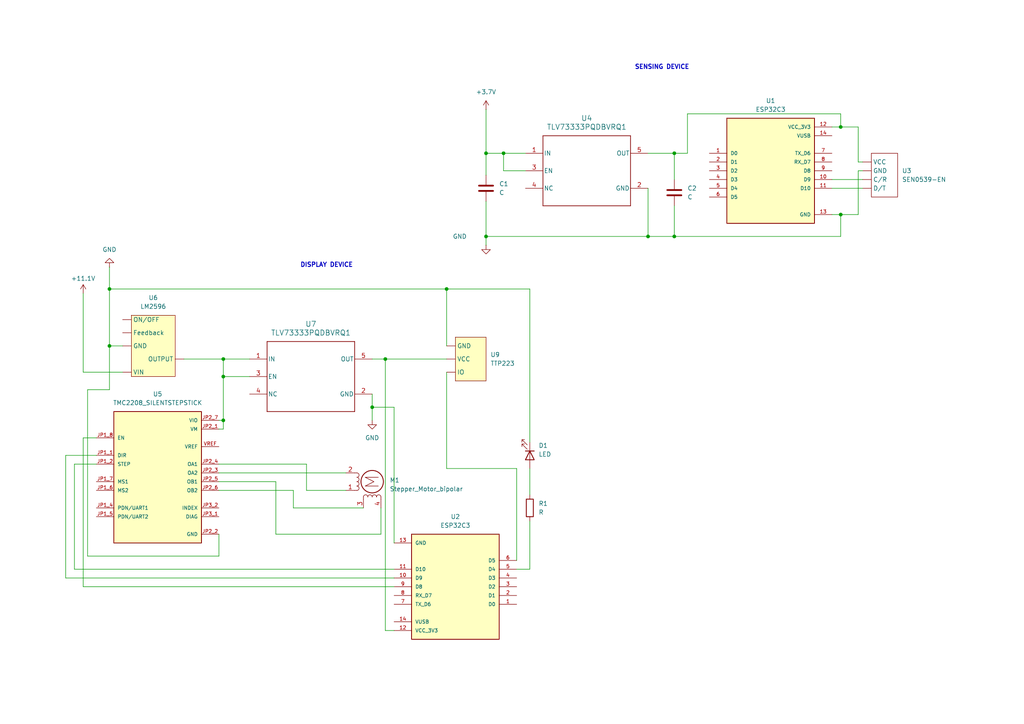
<source format=kicad_sch>
(kicad_sch (version 20250114) (generator "eeschema") (generator_version "9.0")
  (paper "A4")
  (lib_symbols
    (symbol "514TECHINKicad:ESP32C3" (pin_names (offset 1.016))
      (property "Reference" "U" (at -12.7 16.002 0))
      (symbol "ESP32C3_0_0"
        (rectangle (start -12.7 15.24) (end 12.7 -15.24) (stroke (width 0.254)) (fill (type background)))
        (pin bidirectional line (at -17.78 5.08 0) (length 5.08) (name "D0") (number "1"))
        (pin bidirectional line (at -17.78 2.54 0) (length 5.08) (name "D1") (number "2"))
        (pin bidirectional line (at -17.78 0 0) (length 5.08) (name "D2") (number "3"))
        (pin bidirectional line (at -17.78 -2.54 0) (length 5.08) (name "D3") (number "4"))
        (pin bidirectional line (at -17.78 -5.08 0) (length 5.08) (name "D4") (number "5"))
        (pin bidirectional line (at -17.78 -7.62 0) (length 5.08) (name "D5") (number "6"))
        (pin power_in line (at 17.78 12.7 180) (length 5.08) (name "VCC_3V3") (number "12"))
        (pin power_in line (at 17.78 10.16 180) (length 5.08) (name "VUSB") (number "14"))
        (pin bidirectional line (at 17.78 5.08 180) (length 5.08) (name "TX_D6") (number "7"))
        (pin bidirectional line (at 17.78 2.54 180) (length 5.08) (name "RX_D7") (number "8"))
        (pin bidirectional line (at 17.78 0 180) (length 5.08) (name "D8") (number "9"))
        (pin bidirectional line (at 17.78 -2.54 180) (length 5.08) (name "D9") (number "10"))
        (pin bidirectional line (at 17.78 -5.08 180) (length 5.08) (name "D10") (number "11"))
        (pin power_in line (at 17.78 -12.7 180) (length 5.08) (name "GND") (number "13"))
      )
    )
    (symbol "514TECHINKicad:LM2596S-5.0"
      (property "Reference" "U" (at 0 -2.032 0))
      (symbol "LM2596S-5.0_1_1"
        (rectangle (start 2.54 -5.08) (end 15.24 -22.86) (fill (type color) (color 255 255 194 1)))
        (pin bidirectional line (at 0 -6.35 0) (length 2.54) (name "ON/OFF") (number ""))
        (pin bidirectional line (at 0 -10.16 0) (length 2.54) (name "Feedback") (number ""))
        (pin bidirectional line (at 0 -13.97 0) (length 2.54) (name "GND") (number ""))
        (pin bidirectional line (at 0 -21.59 0) (length 2.54) (name "VIN") (number ""))
        (pin bidirectional line (at 17.78 -17.78 180) (length 2.54) (name "OUTPUT") (number ""))
      )
    )
    (symbol "514TECHINKicad:SEN0539-EN"
      (property "Reference" "U" (at 0 3.556 0))
      (symbol "SEN0539-EN_0_1"
        (rectangle (start -3.81 1.27) (end 3.81 -11.43))
      )
      (symbol "SEN0539-EN_1_1"
        (pin input line (at -6.35 -1.27 0) (length 2.54) (name "VCC") (number ""))
        (pin input line (at -6.35 -3.81 0) (length 2.54) (name "GND") (number ""))
        (pin bidirectional line (at -6.35 -6.35 0) (length 2.54) (name "C/R") (number ""))
        (pin bidirectional line (at -6.35 -8.89 0) (length 2.54) (name "D/T") (number ""))
      )
    )
    (symbol "514TECHINKicad:TLV73333PQDBVRQ1" (pin_names (offset 0.254))
      (property "Reference" "U" (at 0 2.54 0))
      (property "Value" "TLV73333PQDBVRQ1" (at 0 0 0))
      (symbol "TLV73333PQDBVRQ1_0_1"
        (polyline (pts (xy -12.7 10.16) (xy -12.7 -10.16)) (stroke (width 0.2032)))
        (polyline (pts (xy -12.7 -10.16) (xy 12.7 -10.16)) (stroke (width 0.2032)))
        (polyline (pts (xy 12.7 10.16) (xy -12.7 10.16)) (stroke (width 0.2032)))
        (polyline (pts (xy 12.7 -10.16) (xy 12.7 10.16)) (stroke (width 0.2032)))
        (pin input line (at -17.78 5.08 0) (length 5.08) (name "IN") (number "1"))
        (pin input line (at -17.78 0 0) (length 5.08) (name "EN") (number "3"))
        (pin unspecified line (at -17.78 -5.08 0) (length 5.08) (name "NC") (number "4"))
        (pin output line (at 17.78 5.08 180) (length 5.08) (name "OUT") (number "5"))
        (pin power_in line (at 17.78 -5.08 180) (length 5.08) (name "GND") (number "2"))
      )
    )
    (symbol "514TECHINKicad:TMC2208_SILENTSTEPSTICK" (pin_names (offset 1.016))
      (property "Reference" "U" (at -12.7 19.05 0))
      (property "Value" "TMC2208_SILENTSTEPSTICK" (at -12.7 -22.86 0))
      (symbol "TMC2208_SILENTSTEPSTICK_0_0"
        (rectangle (start -12.7 -20.32) (end 12.7 17.78) (stroke (width 0.254)) (fill (type background)))
        (pin input line (at -17.78 10.16 0) (length 5.08) (name "EN") (number "JP1_8"))
        (pin input line (at -17.78 5.08 0) (length 5.08) (name "DIR") (number "JP1_1"))
        (pin input line (at -17.78 2.54 0) (length 5.08) (name "STEP") (number "JP1_2"))
        (pin input line (at -17.78 -2.54 0) (length 5.08) (name "MS1") (number "JP1_7"))
        (pin input line (at -17.78 -5.08 0) (length 5.08) (name "MS2") (number "JP1_6"))
        (pin bidirectional line (at -17.78 -10.16 0) (length 5.08) (name "PDN/UART1") (number "JP1_4"))
        (pin bidirectional line (at -17.78 -12.7 0) (length 5.08) (name "PDN/UART2") (number "JP1_5"))
        (pin power_in line (at 17.78 15.24 180) (length 5.08) (name "VIO") (number "JP2_7"))
        (pin power_in line (at 17.78 12.7 180) (length 5.08) (name "VM") (number "JP2_1"))
        (pin passive line (at 17.78 7.62 180) (length 5.08) (name "VREF") (number "VREF"))
        (pin passive line (at 17.78 2.54 180) (length 5.08) (name "OA1") (number "JP2_4"))
        (pin passive line (at 17.78 0 180) (length 5.08) (name "OA2") (number "JP2_3"))
        (pin passive line (at 17.78 -2.54 180) (length 5.08) (name "OB1") (number "JP2_5"))
        (pin passive line (at 17.78 -5.08 180) (length 5.08) (name "OB2") (number "JP2_6"))
        (pin output line (at 17.78 -10.16 180) (length 5.08) (name "INDEX") (number "JP3_2"))
        (pin output line (at 17.78 -12.7 180) (length 5.08) (name "DIAG") (number "JP3_1"))
        (pin power_in line (at 17.78 -17.78 180) (length 5.08) (name "GND") (number "JP2_2"))
        (pin power_in line (at 17.78 -17.78 180) (length 5.08) (hide yes) (name "GND") (number "JP2_8"))
      )
    )
    (symbol "514TECHINKicad:TTP223"
      (property "Reference" "U" (at 0 0 0))
      (symbol "TTP223_1_1"
        (rectangle (start 2.54 -1.27) (end 11.43 -13.97) (fill (type color) (color 255 255 194 1)))
        (pin bidirectional line (at 0 -3.81 0) (length 2.54) (name "GND") (number ""))
        (pin bidirectional line (at 0 -7.62 0) (length 2.54) (name "VCC") (number ""))
        (pin bidirectional line (at 0 -11.43 0) (length 2.54) (name "IO") (number ""))
      )
    )
    (symbol "Device:C" (pin_numbers (hide yes)) (pin_names (offset 0.254))
      (property "Reference" "C" (at 0.635 2.54 0))
      (property "Value" "C" (at 0.635 -2.54 0))
      (symbol "C_0_1"
        (polyline (pts (xy -2.032 0.762) (xy 2.032 0.762)) (stroke (width 0.508)))
        (polyline (pts (xy -2.032 -0.762) (xy 2.032 -0.762)) (stroke (width 0.508)))
      )
      (symbol "C_1_1"
        (pin passive line (at 0 3.81 270) (length 2.794) (name "~") (number "1"))
        (pin passive line (at 0 -3.81 90) (length 2.794) (name "~") (number "2"))
      )
    )
    (symbol "Device:LED" (pin_numbers (hide yes)) (pin_names (offset 1.016) (hide yes))
      (property "Reference" "D" (at 0 2.54 0))
      (property "Value" "LED" (at 0 -2.54 0))
      (symbol "LED_0_1"
        (polyline (pts (xy -3.048 -0.762) (xy -4.572 -2.286) (xy -3.81 -2.286) (xy -4.572 -2.286) (xy -4.572 -1.524)))
        (polyline (pts (xy -1.778 -0.762) (xy -3.302 -2.286) (xy -2.54 -2.286) (xy -3.302 -2.286) (xy -3.302 -1.524)))
        (polyline (pts (xy -1.27 0) (xy 1.27 0)))
        (polyline (pts (xy -1.27 -1.27) (xy -1.27 1.27)) (stroke (width 0.254)))
        (polyline (pts (xy 1.27 -1.27) (xy 1.27 1.27) (xy -1.27 0) (xy 1.27 -1.27)) (stroke (width 0.254)))
      )
      (symbol "LED_1_1"
        (pin passive line (at -3.81 0 0) (length 2.54) (name "K") (number "1"))
        (pin passive line (at 3.81 0 180) (length 2.54) (name "A") (number "2"))
      )
    )
    (symbol "Device:R" (pin_numbers (hide yes)) (pin_names (offset 0))
      (property "Reference" "R" (at 2.032 0 90))
      (property "Value" "R" (at 0 0 90))
      (symbol "R_0_1"
        (rectangle (start -1.016 -2.54) (end 1.016 2.54) (stroke (width 0.254)))
      )
      (symbol "R_1_1"
        (pin passive line (at 0 3.81 270) (length 1.27) (name "~") (number "1"))
        (pin passive line (at 0 -3.81 90) (length 1.27) (name "~") (number "2"))
      )
    )
    (symbol "Motor:Stepper_Motor_bipolar" (pin_names (offset 0) (hide yes))
      (property "Reference" "M" (at 3.81 2.54 0))
      (property "Value" "Stepper_Motor_bipolar" (at 3.81 1.27 0))
      (symbol "Stepper_Motor_bipolar_0_0"
        (polyline (pts (xy -1.27 -1.778) (xy -1.27 2.032) (xy 0 -0.508) (xy 1.27 2.032) (xy 1.27 -1.778)))
      )
      (symbol "Stepper_Motor_bipolar_0_1"
        (polyline (pts (xy -5.08 2.54) (xy -4.445 2.54)))
        (polyline (pts (xy -5.08 -2.54) (xy -4.445 -2.54)))
        (arc (start -4.445 2.54) (mid -3.8127 1.905) (end -4.445 1.27))
        (arc (start -4.445 1.27) (mid -3.8127 0.635) (end -4.445 0))
        (arc (start -4.445 0) (mid -3.8127 -0.635) (end -4.445 -1.27))
        (arc (start -4.445 -1.27) (mid -3.8127 -1.905) (end -4.445 -2.54))
        (polyline (pts (xy -2.54 5.08) (xy -2.54 4.445)))
        (arc (start -1.27 4.445) (mid -1.905 3.8127) (end -2.54 4.445))
        (arc (start 0 4.445) (mid -0.635 3.8127) (end -1.27 4.445))
        (circle (center 0 0) (radius 3.2512) (stroke (width 0.254)))
        (arc (start 1.27 4.445) (mid 0.635 3.8127) (end 0 4.445))
        (arc (start 2.54 4.445) (mid 1.905 3.8127) (end 1.27 4.445))
        (polyline (pts (xy 2.54 5.08) (xy 2.54 4.445)))
      )
      (symbol "Stepper_Motor_bipolar_1_1"
        (pin passive line (at -7.62 2.54 0) (length 2.54) (name "~") (number "3"))
        (pin passive line (at -7.62 -2.54 0) (length 2.54) (name "~") (number "4"))
        (pin passive line (at -2.54 7.62 270) (length 2.54) (name "~") (number "1"))
        (pin passive line (at 2.54 7.62 270) (length 2.54) (name "-") (number "2"))
      )
    )
    (symbol "power:+12V" (power) (pin_numbers (hide yes)) (pin_names (offset 0) (hide yes))
      (property "Value" "+12V" (at 0 3.556 0))
      (symbol "+12V_0_1"
        (polyline (pts (xy -0.762 1.27) (xy 0 2.54)))
        (polyline (pts (xy 0 2.54) (xy 0.762 1.27)))
        (polyline (pts (xy 0 0) (xy 0 2.54)))
      )
      (symbol "+12V_1_1"
        (pin power_in line (at 0 0 90) (length 0) (name "~") (number "1"))
      )
    )
    (symbol "power:+3.3V" (power) (pin_numbers (hide yes)) (pin_names (offset 0) (hide yes))
      (property "Value" "+3.3V" (at 0 3.556 0))
      (symbol "+3.3V_0_1"
        (polyline (pts (xy -0.762 1.27) (xy 0 2.54)))
        (polyline (pts (xy 0 2.54) (xy 0.762 1.27)))
        (polyline (pts (xy 0 0) (xy 0 2.54)))
      )
      (symbol "+3.3V_1_1"
        (pin power_in line (at 0 0 90) (length 0) (name "~") (number "1"))
      )
    )
    (symbol "power:GND" (power) (pin_numbers (hide yes)) (pin_names (offset 0) (hide yes))
      (property "Value" "GND" (at 0 -3.81 0))
      (symbol "GND_0_1"
        (polyline (pts (xy 0 0) (xy 0 -1.27) (xy 1.27 -1.27) (xy 0 -2.54) (xy -1.27 -1.27) (xy 0 -1.27)))
      )
      (symbol "GND_1_1"
        (pin power_in line (at 0 0 270) (length 0) (name "~") (number "1"))
      )
    )
  )
  (text "DISPLAY DEVICE\n" (at 94.742 76.962 0) (effects (font (size 1.27 1.27) (thickness 0.254) (bold yes))))
  (text "SENSING DEVICE\n" (at 192.024 19.558 0) (effects (font (size 1.27 1.27) (thickness 0.254) (bold yes))))
  (junction (at 111.76 104.14))
  (junction (at 140.97 68.58))
  (junction (at 107.95 118.11))
  (junction (at 64.77 109.22))
  (junction (at 64.77 121.92))
  (junction (at 31.75 83.82))
  (junction (at 31.75 100.33))
  (junction (at 140.97 44.45))
  (junction (at 243.84 62.23))
  (junction (at 195.58 68.58))
  (junction (at 146.05 44.45))
  (junction (at 195.58 44.45))
  (junction (at 243.84 36.83))
  (junction (at 64.77 104.14))
  (junction (at 187.96 68.58))
  (junction (at 129.54 83.82))
  (wire (pts (xy 153.67 135.89) (xy 153.67 143.51)))
  (wire (pts (xy 53.34 104.14) (xy 64.77 104.14)))
  (wire (pts (xy 248.92 49.53) (xy 250.19 49.53)))
  (wire (pts (xy 25.4 161.29) (xy 25.4 113.03)))
  (wire (pts (xy 19.05 132.08) (xy 19.05 167.64)))
  (wire (pts (xy 187.96 68.58) (xy 195.58 68.58)))
  (wire (pts (xy 129.54 107.95) (xy 129.54 135.89)))
  (wire (pts (xy 85.09 147.32) (xy 85.09 142.24)))
  (wire (pts (xy 149.86 165.1) (xy 153.67 165.1)))
  (wire (pts (xy 111.76 182.88) (xy 111.76 104.14)))
  (wire (pts (xy 187.96 54.61) (xy 187.96 68.58)))
  (wire (pts (xy 114.3 157.48) (xy 114.3 118.11)))
  (wire (pts (xy 248.92 46.99) (xy 248.92 36.83)))
  (wire (pts (xy 140.97 44.45) (xy 146.05 44.45)))
  (wire (pts (xy 111.76 104.14) (xy 129.54 104.14)))
  (wire (pts (xy 107.95 114.3) (xy 107.95 118.11)))
  (wire (pts (xy 241.3 36.83) (xy 243.84 36.83)))
  (wire (pts (xy 243.84 36.83) (xy 248.92 36.83)))
  (wire (pts (xy 80.01 154.94) (xy 80.01 139.7)))
  (wire (pts (xy 21.59 134.62) (xy 21.59 165.1)))
  (wire (pts (xy 72.39 109.22) (xy 64.77 109.22)))
  (wire (pts (xy 199.39 44.45) (xy 195.58 44.45)))
  (wire (pts (xy 129.54 100.33) (xy 129.54 83.82)))
  (wire (pts (xy 24.13 107.95) (xy 24.13 85.09)))
  (wire (pts (xy 248.92 62.23) (xy 248.92 49.53)))
  (wire (pts (xy 27.94 134.62) (xy 21.59 134.62)))
  (wire (pts (xy 140.97 44.45) (xy 140.97 50.8)))
  (wire (pts (xy 27.94 127) (xy 24.13 127)))
  (wire (pts (xy 24.13 127) (xy 24.13 170.18)))
  (wire (pts (xy 31.75 113.03) (xy 31.75 100.33)))
  (wire (pts (xy 31.75 77.47) (xy 31.75 83.82)))
  (wire (pts (xy 19.05 167.64) (xy 114.3 167.64)))
  (wire (pts (xy 64.77 104.14) (xy 72.39 104.14)))
  (wire (pts (xy 88.9 134.62) (xy 88.9 142.24)))
  (wire (pts (xy 146.05 49.53) (xy 146.05 44.45)))
  (wire (pts (xy 241.3 52.07) (xy 250.19 52.07)))
  (wire (pts (xy 243.84 62.23) (xy 248.92 62.23)))
  (wire (pts (xy 199.39 44.45) (xy 199.39 33.02)))
  (wire (pts (xy 107.95 118.11) (xy 114.3 118.11)))
  (wire (pts (xy 248.92 46.99) (xy 250.19 46.99)))
  (wire (pts (xy 85.09 147.32) (xy 105.41 147.32)))
  (wire (pts (xy 241.3 54.61) (xy 250.19 54.61)))
  (wire (pts (xy 149.86 135.89) (xy 149.86 162.56)))
  (wire (pts (xy 88.9 142.24) (xy 100.33 142.24)))
  (wire (pts (xy 241.3 62.23) (xy 243.84 62.23)))
  (wire (pts (xy 195.58 59.69) (xy 195.58 68.58)))
  (wire (pts (xy 111.76 182.88) (xy 114.3 182.88)))
  (wire (pts (xy 31.75 83.82) (xy 31.75 100.33)))
  (wire (pts (xy 64.77 109.22) (xy 64.77 121.92)))
  (wire (pts (xy 140.97 58.42) (xy 140.97 68.58)))
  (wire (pts (xy 152.4 49.53) (xy 146.05 49.53)))
  (wire (pts (xy 64.77 121.92) (xy 63.5 121.92)))
  (wire (pts (xy 195.58 44.45) (xy 195.58 52.07)))
  (wire (pts (xy 199.39 33.02) (xy 243.84 33.02)))
  (wire (pts (xy 63.5 142.24) (xy 85.09 142.24)))
  (wire (pts (xy 129.54 83.82) (xy 31.75 83.82)))
  (wire (pts (xy 63.5 134.62) (xy 88.9 134.62)))
  (wire (pts (xy 64.77 121.92) (xy 64.77 124.46)))
  (wire (pts (xy 195.58 44.45) (xy 187.96 44.45)))
  (wire (pts (xy 195.58 68.58) (xy 243.84 68.58)))
  (wire (pts (xy 24.13 107.95) (xy 35.56 107.95)))
  (wire (pts (xy 25.4 113.03) (xy 31.75 113.03)))
  (wire (pts (xy 153.67 151.13) (xy 153.67 165.1)))
  (wire (pts (xy 129.54 83.82) (xy 153.67 83.82)))
  (wire (pts (xy 140.97 31.75) (xy 140.97 44.45)))
  (wire (pts (xy 31.75 100.33) (xy 35.56 100.33)))
  (wire (pts (xy 27.94 132.08) (xy 19.05 132.08)))
  (wire (pts (xy 146.05 44.45) (xy 152.4 44.45)))
  (wire (pts (xy 63.5 124.46) (xy 64.77 124.46)))
  (wire (pts (xy 24.13 170.18) (xy 114.3 170.18)))
  (wire (pts (xy 140.97 68.58) (xy 140.97 71.12)))
  (wire (pts (xy 80.01 139.7) (xy 63.5 139.7)))
  (wire (pts (xy 63.5 154.94) (xy 63.5 161.29)))
  (wire (pts (xy 107.95 118.11) (xy 107.95 121.92)))
  (wire (pts (xy 243.84 68.58) (xy 243.84 62.23)))
  (wire (pts (xy 140.97 68.58) (xy 187.96 68.58)))
  (wire (pts (xy 129.54 135.89) (xy 149.86 135.89)))
  (wire (pts (xy 111.76 104.14) (xy 107.95 104.14)))
  (wire (pts (xy 110.49 154.94) (xy 80.01 154.94)))
  (wire (pts (xy 243.84 33.02) (xy 243.84 36.83)))
  (wire (pts (xy 110.49 147.32) (xy 110.49 154.94)))
  (wire (pts (xy 63.5 161.29) (xy 25.4 161.29)))
  (wire (pts (xy 64.77 109.22) (xy 64.77 104.14)))
  (wire (pts (xy 153.67 128.27) (xy 153.67 83.82)))
  (wire (pts (xy 63.5 137.16) (xy 100.33 137.16)))
  (wire (pts (xy 21.59 165.1) (xy 114.3 165.1)))
  (symbol (lib_id "514TECHINKicad:TMC2208_SILENTSTEPSTICK") (at 45.72 137.16 0) (unit 1)
    (property "Reference" "U5" (at 45.72 114.3 0))
    (property "Value" "TMC2208_SILENTSTEPSTICK" (at 45.72 116.84 0))
    (property "Footprint" "TMC2208_SILENTSTEPSTICK:MODULE_TMC2208_SILENTSTEPSTICK" (effects (hide yes)))
    (property "MF" "Trinamic Motion" (effects (hide yes)))
    (property "Description_1" "TMC2208 Motor Controller/Driver, Stepper Power Management Evaluation Board" (effects (hide yes)))
    (property "Package" "None" (effects (hide yes)))
    (property "Price" "None" (effects (hide yes)))
    (property "Check_prices" "https://www.snapeda.com/parts/TMC2208%20SILENTSTEPSTICK/Trinamic/view-part/?ref=eda" (effects (hide yes)))
    (property "SnapEDA_Link" "https://www.snapeda.com/parts/TMC2208%20SILENTSTEPSTICK/Trinamic/view-part/?ref=snap" (effects (hide yes)))
    (property "MP" "TMC2208 SILENTSTEPSTICK" (effects (hide yes)))
    (property "Availability" "In Stock" (effects (hide yes)))
    (property "MANUFACTURER" "Trinamic Motion" (effects (hide yes)))
  )
  (symbol (lib_id "power:+3.3V") (at 140.97 31.75 0) (unit 1)
    (property "Reference" "#PWR01" (effects (hide yes)))
    (property "Value" "+3.7V" (at 140.97 26.67 0))
    (property "Description" "Power symbol creates a global label with name \"+3.3V\"" (effects (hide yes)))
  )
  (symbol (lib_id "power:GND") (at 107.95 121.92 0) (unit 1)
    (property "Reference" "#PWR05" (effects (hide yes)))
    (property "Value" "GND" (at 107.95 127 0))
    (property "Description" "Power symbol creates a global label with name \"GND\" , ground" (effects (hide yes)))
  )
  (symbol (lib_id "514TECHINKicad:TLV73333PQDBVRQ1") (at 90.17 109.22 0) (unit 1)
    (property "Reference" "U7" (at 90.17 93.98 0) (effects (font (size 1.524 1.524))))
    (property "Value" "TLV73333PQDBVRQ1" (at 90.17 96.52 0) (effects (font (size 1.524 1.524))))
    (property "Footprint" "DBV0005A_N" (effects (hide yes)))
    (property "Datasheet" "https://www.ti.com/lit/gpn/tlv733p-q1" (effects (hide yes)))
  )
  (symbol (lib_id "514TECHINKicad:SEN0539-EN") (at 256.54 45.72 0) (unit 1)
    (property "Reference" "U3" (at 261.62 49.5299 0) (effects (justify left)))
    (property "Value" "SEN0539-EN" (at 261.62 52.0699 0) (effects (justify left)))
  )
  (symbol (lib_id "Device:LED") (at 153.67 132.08 270) (unit 1)
    (property "Reference" "D1" (at 156.21 129.2224 90) (effects (justify left)))
    (property "Value" "LED" (at 156.21 131.7624 90) (effects (justify left)))
    (property "Description" "Light emitting diode" (effects (hide yes)))
    (property "Sim.Pins" "1=K 2=A" (effects (hide yes)))
  )
  (symbol (lib_id "Device:C") (at 195.58 55.88 0) (unit 1)
    (property "Reference" "C2" (at 199.39 54.6099 0) (effects (justify left)))
    (property "Value" "C" (at 199.39 57.1499 0) (effects (justify left)))
    (property "Description" "Unpolarized capacitor" (effects (hide yes)))
  )
  (symbol (lib_id "Device:R") (at 153.67 147.32 0) (unit 1)
    (property "Reference" "R1" (at 156.21 146.0499 0) (effects (justify left)))
    (property "Value" "R" (at 156.21 148.5899 0) (effects (justify left)))
    (property "Description" "Resistor" (effects (hide yes)))
  )
  (symbol (lib_id "Device:C") (at 140.97 54.61 0) (unit 1)
    (property "Reference" "C1" (at 144.78 53.3399 0) (effects (justify left)))
    (property "Value" "C" (at 144.78 55.8799 0) (effects (justify left)))
    (property "Description" "Unpolarized capacitor" (effects (hide yes)))
  )
  (symbol (lib_id "power:GND") (at 31.75 77.47 180) (unit 1)
    (property "Reference" "#PWR02" (effects (hide yes)))
    (property "Value" "GND" (at 31.75 72.39 0))
    (property "Description" "Power symbol creates a global label with name \"GND\" , ground" (effects (hide yes)))
  )
  (symbol (lib_id "Motor:Stepper_Motor_bipolar") (at 107.95 139.7 90) (unit 1)
    (property "Reference" "M1" (at 113.03 139.2808 90) (effects (justify right)))
    (property "Value" "Stepper_Motor_bipolar" (at 113.03 141.8208 90) (effects (justify right)))
    (property "Datasheet" "http://www.infineon.com/dgdl/Application-Note-TLE8110EE_driving_UniPolarStepperMotor_V1.1.pdf?fileId=db3a30431be39b97011be5d0aa0a00b0" (effects (hide yes)))
    (property "Description" "4-wire bipolar stepper motor" (effects (hide yes)))
  )
  (symbol (lib_id "514TECHINKicad:ESP32C3") (at 132.08 170.18 180) (unit 1)
    (property "Reference" "U2" (at 132.08 149.86 0))
    (property "Value" "ESP32C3" (at 132.08 152.4 0))
    (property "Footprint" "113991054:MODULE_113991054" (effects (hide yes)))
    (property "PARTREV" "23/05/2022" (effects (hide yes)))
    (property "MANUFACTURER" "Seeed Technology" (effects (hide yes)))
    (property "SNAPEDA_PN" "113991054" (effects (hide yes)))
    (property "MAXIMUM_PACKAGE_HEIGHT" "N/A" (effects (hide yes)))
    (property "STANDARD" "Manufacturer Recommendations" (effects (hide yes)))
  )
  (symbol (lib_id "514TECHINKicad:LM2596S-5.0") (at 35.56 86.36 0) (unit 1)
    (property "Reference" "U6" (at 44.45 86.36 0))
    (property "Value" "LM2596" (at 44.45 88.9 0))
  )
  (symbol (lib_id "514TECHINKicad:TTP223") (at 129.54 96.52 0) (unit 1)
    (property "Reference" "U9" (at 142.24 102.8699 0) (effects (justify left)))
    (property "Value" "TTP223" (at 142.24 105.4099 0) (effects (justify left)))
  )
  (symbol (lib_id "514TECHINKicad:ESP32C3") (at 223.52 49.53 0) (unit 1)
    (property "Reference" "U1" (at 223.52 29.21 0))
    (property "Value" "ESP32C3" (at 223.52 31.75 0))
    (property "Footprint" "113991054:MODULE_113991054" (effects (hide yes)))
    (property "PARTREV" "23/05/2022" (effects (hide yes)))
    (property "MANUFACTURER" "Seeed Technology" (effects (hide yes)))
    (property "SNAPEDA_PN" "113991054" (effects (hide yes)))
    (property "MAXIMUM_PACKAGE_HEIGHT" "N/A" (effects (hide yes)))
    (property "STANDARD" "Manufacturer Recommendations" (effects (hide yes)))
  )
  (symbol (lib_id "power:+12V") (at 24.13 85.09 0) (unit 1)
    (property "Reference" "#PWR03" (effects (hide yes)))
    (property "Value" "+11.1V" (at 24.13 80.772 0))
    (property "Description" "Power symbol creates a global label with name \"+12V\"" (effects (hide yes)))
  )
  (symbol (lib_id "power:GND") (at 140.97 71.12 0) (unit 1)
    (property "Reference" "#PWR04" (effects (hide yes)))
    (property "Value" "GND" (at 133.35 68.58 0))
    (property "Description" "Power symbol creates a global label with name \"GND\" , ground" (effects (hide yes)))
  )
  (symbol (lib_id "514TECHINKicad:TLV73333PQDBVRQ1") (at 170.18 49.53 0) (unit 1)
    (property "Reference" "U4" (at 170.18 34.29 0) (effects (font (size 1.524 1.524))))
    (property "Value" "TLV73333PQDBVRQ1" (at 170.18 36.83 0) (effects (font (size 1.524 1.524))))
    (property "Footprint" "DBV0005A_N" (effects (hide yes)))
    (property "Datasheet" "https://www.ti.com/lit/gpn/tlv733p-q1" (effects (hide yes)))
  )
)
</source>
